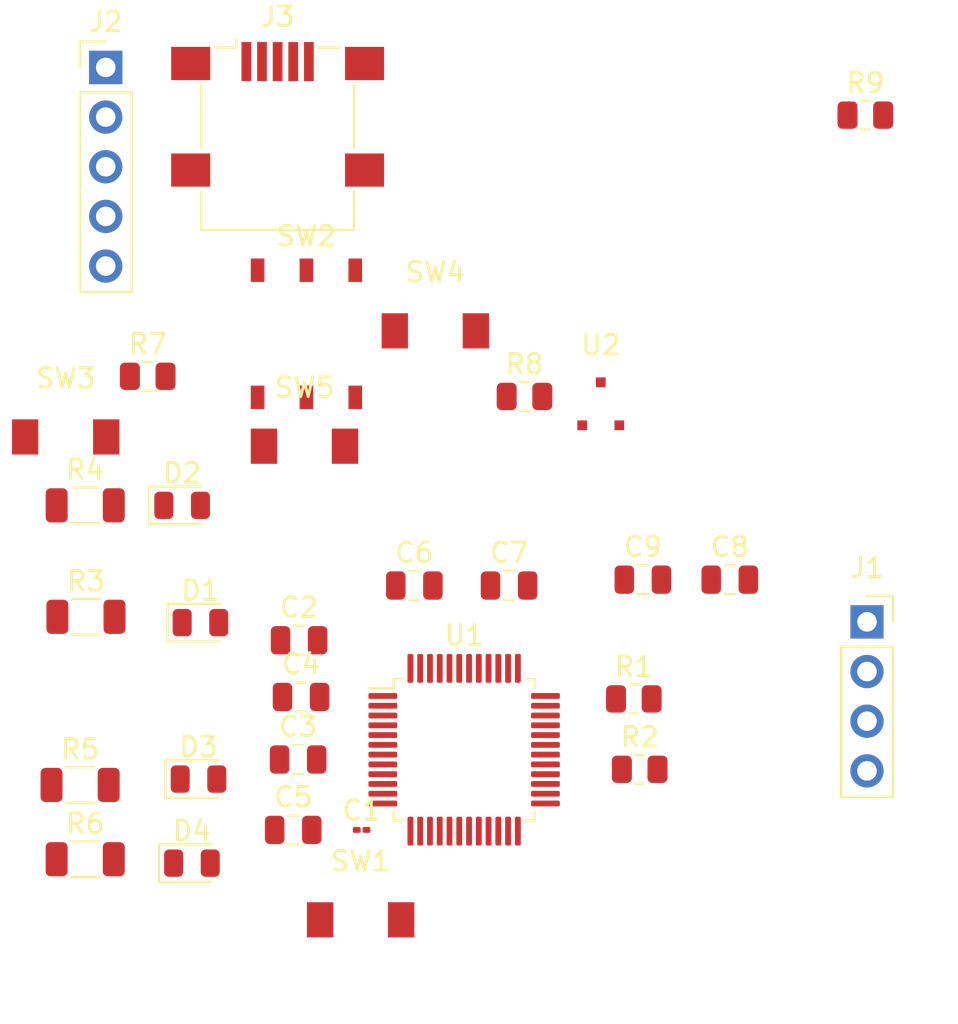
<source format=kicad_pcb>
(kicad_pcb (version 20211014) (generator pcbnew)
  (layers (0 "F.Cu" signal) (31 "B.Cu" signal) (34 "B.Paste" user) (35 "F.Paste" user) (36 "B.SilkS" user "B.Silkscreen") (37 "F.SilkS" user "F.Silkscreen") (38 "B.Mask" user) (39 "F.Mask" user) (44 "Edge.Cuts" user))
  (net 0 "")
  (net 1 "NRST")
  (net 2 "GND")
  (net 3 "VDDA")
  (net 4 "Net-(D1-Pad1)")
  (net 5 "Net-(D2-Pad1)")
  (net 6 "CHANGE_STATE")
  (net 7 "Net-(D3-Pad1)")
  (net 8 "INC")
  (net 9 "Net-(D4-Pad1)")
  (net 10 "DEC")
  (net 11 "SCL")
  (net 12 "SDA")
  (net 13 "SWCLK")
  (net 14 "SWDIO")
  (net 15 "Net-(J2-Pad4)")
  (net 16 "MC_USB_5")
  (net 20 "MC_USB_3.3")
  (footprint "MyLibrary:SMD_3×4×2.0" (layer "F.Cu") (at 67.625 75.575)
    (fp_text reference "SW4" (at 0 -3 unlocked) (layer "F.SilkS"))
    (fp_text value "SW_Push")
    (pad "1" smd rect (at -2.075 0) (size 1.35 1.8) (layers "F.Cu" "F.Paste" "F.Mask") (net 3 "VDDA"))
    (pad "2" smd rect (at 2.075 0) (size 1.35 1.8) (layers "F.Cu" "F.Paste" "F.Mask") (net 8 "INC"))
  )
  (footprint "Diode_SMD:D_0805_2012Metric" (layer "F.Cu") (at 54.6625 84.5)
    (fp_text reference "D2" (at 0 -1.65) (layer "F.SilkS"))
    (fp_text value "CS_LED")
    (fp_line (start 1 -0.96) (end -1.685 -0.96) (layer "F.SilkS") (width 0.12))
    (fp_line (start -1.685 0.96) (end 1 0.96) (layer "F.SilkS") (width 0.12))
    (fp_line (start -1.685 -0.96) (end -1.685 0.96) (layer "F.SilkS") (width 0.12))
    (pad "1" smd roundrect (at -0.9375 0) (size 0.975 1.4) (layers "F.Cu" "F.Paste" "F.Mask") (net 5 "Net-(D2-Pad1)"))
    (pad "2" smd roundrect (at 0.9375 0) (size 0.975 1.4) (layers "F.Cu" "F.Paste" "F.Mask") (net 6 "CHANGE_STATE"))
  )
  (footprint "MyLibrary:SMD_3×4×2.0" (layer "F.Cu") (at 63.8 105.7)
    (fp_text reference "SW1" (at 0 -3 unlocked) (layer "F.SilkS"))
    (fp_text value "SW_Push")
    (pad "1" smd rect (at -2.075 0) (size 1.35 1.8) (layers "F.Cu" "F.Paste" "F.Mask") (net 2 "GND"))
    (pad "2" smd rect (at 2.075 0) (size 1.35 1.8) (layers "F.Cu" "F.Paste" "F.Mask") (net 1 "NRST"))
  )
  (footprint "Capacitor_SMD:C_0805_2012Metric" (layer "F.Cu") (at 60.6 97.5)
    (fp_text reference "C3" (at 0 -1.68) (layer "F.SilkS"))
    (fp_text value "100n")
    (fp_line (start -0.261252 0.735) (end 0.261252 0.735) (layer "F.SilkS") (width 0.12))
    (fp_line (start -0.261252 -0.735) (end 0.261252 -0.735) (layer "F.SilkS") (width 0.12))
    (pad "1" smd roundrect (at -0.95 0) (size 1 1.45) (layers "F.Cu" "F.Paste" "F.Mask") (net 3 "VDDA"))
    (pad "2" smd roundrect (at 0.95 0) (size 1 1.45) (layers "F.Cu" "F.Paste" "F.Mask") (net 2 "GND"))
  )
  (footprint "MyLibrary:SW-SMD-JLC-C405952" (layer "F.Cu") (at 61.025 75.725)
    (fp_text reference "SW2" (at 0 -5 unlocked) (layer "F.SilkS"))
    (fp_text value "SW_SPDT")
    (pad "1" smd rect (at -2.5 -3.25) (size 0.7 1.2) (layers "F.Cu" "F.Paste" "F.Mask") (net 20 "MC_USB_3.3"))
    (pad "1" smd rect (at -2.5 3.25) (size 0.7 1.2) (layers "F.Cu" "F.Paste" "F.Mask") (net 20 "MC_USB_3.3"))
    (pad "2" smd rect (at 0 -3.25) (size 0.7 1.2) (layers "F.Cu" "F.Paste" "F.Mask") (net 3 "VDDA"))
    (pad "2" smd rect (at 0 3.25) (size 0.7 1.2) (layers "F.Cu" "F.Paste" "F.Mask") (net 3 "VDDA"))
    (pad "3" smd rect (at 2.5 3.25) (size 0.7 1.2) (layers "F.Cu" "F.Paste" "F.Mask") (net 15 "Net-(J2-Pad4)"))
    (pad "3" smd rect (at 2.5 -3.25) (size 0.7 1.2) (layers "F.Cu" "F.Paste" "F.Mask") (net 15 "Net-(J2-Pad4)"))
  )
  (footprint "Diode_SMD:D_0805_2012Metric" (layer "F.Cu") (at 55.5 98.5)
    (fp_text reference "D3" (at 0 -1.65) (layer "F.SilkS"))
    (fp_text value "INC_LED")
    (fp_line (start -1.685 -0.96) (end -1.685 0.96) (layer "F.SilkS") (width 0.12))
    (fp_line (start 1 -0.96) (end -1.685 -0.96) (layer "F.SilkS") (width 0.12))
    (fp_line (start -1.685 0.96) (end 1 0.96) (layer "F.SilkS") (width 0.12))
    (pad "1" smd roundrect (at -0.9375 0) (size 0.975 1.4) (layers "F.Cu" "F.Paste" "F.Mask") (net 7 "Net-(D3-Pad1)"))
    (pad "2" smd roundrect (at 0.9375 0) (size 0.975 1.4) (layers "F.Cu" "F.Paste" "F.Mask") (net 8 "INC"))
  )
  (footprint "Capacitor_SMD:C_0805_2012Metric" (layer "F.Cu") (at 60.35 101.1)
    (fp_text reference "C5" (at 0 -1.68) (layer "F.SilkS"))
    (fp_text value "100n")
    (fp_line (start -0.261252 0.735) (end 0.261252 0.735) (layer "F.SilkS") (width 0.12))
    (fp_line (start -0.261252 -0.735) (end 0.261252 -0.735) (layer "F.SilkS") (width 0.12))
    (pad "1" smd roundrect (at -0.95 0) (size 1 1.45) (layers "F.Cu" "F.Paste" "F.Mask") (net 3 "VDDA"))
    (pad "2" smd roundrect (at 0.95 0) (size 1 1.45) (layers "F.Cu" "F.Paste" "F.Mask") (net 2 "GND"))
  )
  (footprint "Resistor_SMD:R_0805_2012Metric" (layer "F.Cu") (at 52.9 77.9)
    (fp_text reference "R7" (at 0 -1.65) (layer "F.SilkS"))
    (fp_text value "10K")
    (fp_line (start -0.227064 -0.735) (end 0.227064 -0.735) (layer "F.SilkS") (width 0.12))
    (fp_line (start -0.227064 0.735) (end 0.227064 0.735) (layer "F.SilkS") (width 0.12))
    (pad "1" smd roundrect (at -0.9125 0) (size 1.025 1.4) (layers "F.Cu" "F.Paste" "F.Mask") (roundrect_rratio 0.243902) (net 6 "CHANGE_STATE"))
    (pad "2" smd roundrect (at 0.9125 0) (size 1.025 1.4) (layers "F.Cu" "F.Paste" "F.Mask") (roundrect_rratio 0.243902) (net 2 "GND"))
  )
  (footprint "Resistor_SMD:R_0805_2012Metric" (layer "F.Cu") (at 89.64 64.54)
    (fp_text reference "R9" (at 0 -1.65) (layer "F.SilkS"))
    (fp_text value "10K")
    (fp_line (start -0.227064 0.735) (end 0.227064 0.735) (layer "F.SilkS") (width 0.12))
    (fp_line (start -0.227064 -0.735) (end 0.227064 -0.735) (layer "F.SilkS") (width 0.12))
    (pad "1" smd roundrect (at -0.9125 0) (size 1.025 1.4) (layers "F.Cu" "F.Paste" "F.Mask") (roundrect_rratio 0.243902) (net 10 "DEC"))
    (pad "2" smd roundrect (at 0.9125 0) (size 1.025 1.4) (layers "F.Cu" "F.Paste" "F.Mask") (roundrect_rratio 0.243902) (net 2 "GND"))
  )
  (footprint "Capacitor_SMD:C_0805_2012Metric" (layer "F.Cu") (at 82.7 88.3)
    (fp_text reference "C8" (at 0 -1.68) (layer "F.SilkS"))
    (fp_text value "1u0")
    (fp_line (start -0.261252 0.735) (end 0.261252 0.735) (layer "F.SilkS") (width 0.12))
    (fp_line (start -0.261252 -0.735) (end 0.261252 -0.735) (layer "F.SilkS") (width 0.12))
    (pad "1" smd roundrect (at -0.95 0) (size 1 1.45) (layers "F.Cu" "F.Paste" "F.Mask") (net 16 "MC_USB_5"))
    (pad "2" smd roundrect (at 0.95 0) (size 1 1.45) (layers "F.Cu" "F.Paste" "F.Mask") (net 2 "GND"))
  )
  (footprint "Resistor_SMD:R_0805_2012Metric" (layer "F.Cu") (at 78.0875 98)
    (fp_text reference "R2" (at 0 -1.65) (layer "F.SilkS"))
    (fp_text value "2k2")
    (fp_line (start -0.227064 0.735) (end 0.227064 0.735) (layer "F.SilkS") (width 0.12))
    (fp_line (start -0.227064 -0.735) (end 0.227064 -0.735) (layer "F.SilkS") (width 0.12))
    (pad "1" smd roundrect (at -0.9125 0) (size 1.025 1.4) (layers "F.Cu" "F.Paste" "F.Mask") (roundrect_rratio 0.243902) (net 12 "SDA"))
    (pad "2" smd roundrect (at 0.9125 0) (size 1.025 1.4) (layers "F.Cu" "F.Paste" "F.Mask") (roundrect_rratio 0.243902) (net 3 "VDDA"))
  )
  (footprint "MyLibrary:SOT-23-3L" (layer "F.Cu") (at 76.095 79.305)
    (fp_text reference "U2" (at 0 -3 unlocked) (layer "F.SilkS"))
    (fp_text value "IFX27001TFV33")
    (pad "1" smd rect (at -0.95 1.1) (size 0.5 0.5) (layers "F.Cu" "F.Paste") (net 2 "GND"))
    (pad "2" smd rect (at 0.95 1.1) (size 0.5 0.5) (layers "F.Cu" "F.Paste") (net 20 "MC_USB_3.3"))
    (pad "3" smd rect (at 0 -1.1) (size 0.5 0.5) (layers "F.Cu" "F.Paste" "B.Mask") (net 16 "MC_USB_5"))
  )
  (footprint "Capacitor_SMD:C_0805_2012Metric" (layer "F.Cu") (at 66.55 88.6)
    (fp_text reference "C6" (at 0 -1.68) (layer "F.SilkS"))
    (fp_text value "10n")
    (fp_line (start -0.261252 -0.735) (end 0.261252 -0.735) (layer "F.SilkS") (width 0.12))
    (fp_line (start -0.261252 0.735) (end 0.261252 0.735) (layer "F.SilkS") (width 0.12))
    (pad "1" smd roundrect (at -0.95 0) (size 1 1.45) (layers "F.Cu" "F.Paste" "F.Mask") (net 3 "VDDA"))
    (pad "2" smd roundrect (at 0.95 0) (size 1 1.45) (layers "F.Cu" "F.Paste" "F.Mask") (net 2 "GND"))
  )
  (footprint "Resistor_SMD:R_1206_3216Metric" (layer "F.Cu") (at 49.7 84.5)
    (fp_text reference "R4" (at 0 -1.82) (layer "F.SilkS"))
    (fp_text value "80")
    (fp_line (start -0.727064 -0.91) (end 0.727064 -0.91) (layer "F.SilkS") (width 0.12))
    (fp_line (start -0.727064 0.91) (end 0.727064 0.91) (layer "F.SilkS") (width 0.12))
    (pad "1" smd roundrect (at -1.4625 0) (size 1.125 1.75) (layers "F.Cu" "F.Paste" "F.Mask") (roundrect_rratio 0.222222) (net 2 "GND"))
    (pad "2" smd roundrect (at 1.4625 0) (size 1.125 1.75) (layers "F.Cu" "F.Paste" "F.Mask") (roundrect_rratio 0.222222) (net 5 "Net-(D2-Pad1)"))
  )
  (footprint "Capacitor_SMD:C_01005_0402Metric" (layer "F.Cu") (at 63.85 101.1)
    (fp_text reference "C1" (at 0 -1) (layer "F.SilkS"))
    (fp_text value "0u1")
    (pad "1" smd roundrect (at -0.25 0) (size 0.4 0.3) (layers "F.Cu" "F.Mask") (net 1 "NRST"))
    (pad "2" smd roundrect (at 0.25 0) (size 0.4 0.3) (layers "F.Cu" "F.Mask") (net 2 "GND"))
  )
  (footprint "Capacitor_SMD:C_0805_2012Metric" (layer "F.Cu") (at 60.75 94.3)
    (fp_text reference "C4" (at 0 -1.68) (layer "F.SilkS"))
    (fp_text value "100n")
    (fp_line (start -0.261252 0.735) (end 0.261252 0.735) (layer "F.SilkS") (width 0.12))
    (fp_line (start -0.261252 -0.735) (end 0.261252 -0.735) (layer "F.SilkS") (width 0.12))
    (pad "1" smd roundrect (at -0.95 0) (size 1 1.45) (layers "F.Cu" "F.Paste" "F.Mask") (net 3 "VDDA"))
    (pad "2" smd roundrect (at 0.95 0) (size 1 1.45) (layers "F.Cu" "F.Paste" "F.Mask") (net 2 "GND"))
  )
  (footprint "Resistor_SMD:R_1206_3216Metric" (layer "F.Cu") (at 49.7375 90.2)
    (fp_text reference "R3" (at 0 -1.82) (layer "F.SilkS"))
    (fp_text value "80")
    (fp_line (start -0.727064 0.91) (end 0.727064 0.91) (layer "F.SilkS") (width 0.12))
    (fp_line (start -0.727064 -0.91) (end 0.727064 -0.91) (layer "F.SilkS") (width 0.12))
    (pad "1" smd roundrect (at -1.4625 0) (size 1.125 1.75) (layers "F.Cu" "F.Paste" "F.Mask") (roundrect_rratio 0.222222) (net 2 "GND"))
    (pad "2" smd roundrect (at 1.4625 0) (size 1.125 1.75) (layers "F.Cu" "F.Paste" "F.Mask") (roundrect_rratio 0.222222) (net 4 "Net-(D1-Pad1)"))
  )
  (footprint "Connector_PinHeader_2.54mm:PinHeader_1x05_P2.54mm_Vertical" (layer "F.Cu") (at 50.75 62.1)
    (fp_text reference "J2" (at 0 -2.33) (layer "F.SilkS"))
    (fp_text value "Conn_01x05")
    (fp_line (start -1.33 1.27) (end 1.33 1.27) (layer "F.SilkS") (width 0.12))
    (fp_line (start -1.33 -1.33) (end 0 -1.33) (layer "F.SilkS") (width 0.12))
    (fp_line (start -1.33 11.49) (end 1.33 11.49) (layer "F.SilkS") (width 0.12))
    (fp_line (start -1.33 0) (end -1.33 -1.33) (layer "F.SilkS") (width 0.12))
    (fp_line (start -1.33 1.27) (end -1.33 11.49) (layer "F.SilkS") (width 0.12))
    (fp_line (start 1.33 1.27) (end 1.33 11.49) (layer "F.SilkS") (width 0.12))
    (pad "1" thru_hole rect (at 0 0) (size 1.7 1.7) (drill 1) (layers *.Cu *.Mask) (net 13 "SWCLK"))
    (pad "2" thru_hole oval (at 0 2.54) (size 1.7 1.7) (drill 1) (layers *.Cu *.Mask) (net 14 "SWDIO"))
    (pad "3" thru_hole oval (at 0 5.08) (size 1.7 1.7) (drill 1) (layers *.Cu *.Mask) (net 2 "GND"))
    (pad "4" thru_hole oval (at 0 7.62) (size 1.7 1.7) (drill 1) (layers *.Cu *.Mask) (net 15 "Net-(J2-Pad4)"))
    (pad "5" thru_hole oval (at 0 10.16) (size 1.7 1.7) (drill 1) (layers *.Cu *.Mask) (net 1 "NRST"))
  )
  (footprint "Capacitor_SMD:C_0805_2012Metric" (layer "F.Cu") (at 60.65 91.4)
    (fp_text reference "C2" (at 0 -1.68) (layer "F.SilkS"))
    (fp_text value "4u7")
    (fp_line (start -0.261252 -0.735) (end 0.261252 -0.735) (layer "F.SilkS") (width 0.12))
    (fp_line (start -0.261252 0.735) (end 0.261252 0.735) (layer "F.SilkS") (width 0.12))
    (pad "1" smd roundrect (at -0.95 0) (size 1 1.45) (layers "F.Cu" "F.Paste" "F.Mask") (net 3 "VDDA"))
    (pad "2" smd roundrect (at 0.95 0) (size 1 1.45) (layers "F.Cu" "F.Paste" "F.Mask") (net 2 "GND"))
  )
  (footprint "Connector_USB:USB_Mini-B_Lumberg_2486_01_Horizontal" (layer "F.Cu") (at 59.55 64.5)
    (fp_text reference "J3" (at 0 -5) (layer "F.SilkS"))
    (fp_text value "USB_B_Micro")
    (fp_line (start -3.19 -3.41) (end -2.11 -3.41) (layer "F.SilkS") (width 0.12))
    (fp_line (start 3.91 5.91) (end -3.91 5.91) (layer "F.SilkS") (width 0.12))
    (fp_line (start -3.91 5.91) (end -3.91 3.96) (layer "F.SilkS") (width 0.12))
    (fp_line (start 3.91 5.91) (end 3.91 3.96) (layer "F.SilkS") (width 0.12))
    (fp_line (start 2.11 -3.41) (end 3.19 -3.41) (layer "F.SilkS") (width 0.12))
    (fp_line (start -3.91 1.74) (end -3.91 -1.49) (layer "F.SilkS") (width 0.12))
    (fp_line (start 3.91 1.74) (end 3.91 -1.49) (layer "F.SilkS") (width 0.12))
    (fp_line (start -2.11 -3.41) (end -2.11 -3.84) (layer "F.SilkS") (width 0.12))
    (pad "" np_thru_hole circle (at -2.2 0) (size 1 1) (drill 1) (layers *.Cu *.Mask))
    (pad "" np_thru_hole circle (at 2.2 0) (size 1 1) (drill 1) (layers *.Cu *.Mask))
    (pad "1" smd rect (at -1.6 -2.7) (size 0.5 2) (layers "F.Cu" "F.Paste" "F.Mask") (net 16 "MC_USB_5"))
    (pad "2" smd rect (at -0.8 -2.7) (size 0.5 2) (layers "F.Cu" "F.Paste" "F.Mask"))
    (pad "3" smd rect (at 0 -2.7) (size 0.5 2) (layers "F.Cu" "F.Paste" "F.Mask"))
    (pad "4" smd rect (at 0.8 -2.7) (size 0.5 2) (layers "F.Cu" "F.Paste" "F.Mask"))
    (pad "5" smd rect (at 1.6 -2.7) (size 0.5 2) (layers "F.Cu" "F.Paste" "F.Mask") (net 2 "GND"))
    (pad "6" smd rect (at 4.45 -2.6) (size 2 1.7) (layers "F.Cu" "F.Paste" "F.Mask") (net 2 "GND"))
    (pad "6" smd rect (at 4.45 2.85) (size 2 1.7) (layers "F.Cu" "F.Paste" "F.Mask") (net 2 "GND"))
    (pad "6" smd rect (at -4.45 -2.6) (size 2 1.7) (layers "F.Cu" "F.Paste" "F.Mask") (net 2 "GND"))
    (pad "6" smd rect (at -4.45 2.85) (size 2 1.7) (layers "F.Cu" "F.Paste" "F.Mask") (net 2 "GND"))
  )
  (footprint "Capacitor_SMD:C_0805_2012Metric" (layer "F.Cu") (at 78.25 88.3)
    (fp_text reference "C9" (at 0 -1.68) (layer "F.SilkS"))
    (fp_text value "1u0")
    (fp_line (start -0.261252 -0.735) (end 0.261252 -0.735) (layer "F.SilkS") (width 0.12))
    (fp_line (start -0.261252 0.735) (end 0.261252 0.735) (layer "F.SilkS") (width 0.12))
    (pad "1" smd roundrect (at -0.95 0) (size 1 1.45) (layers "F.Cu" "F.Paste" "F.Mask") (net 20 "MC_USB_3.3"))
    (pad "2" smd roundrect (at 0.95 0) (size 1 1.45) (layers "F.Cu" "F.Paste" "F.Mask") (net 2 "GND"))
  )
  (footprint "MyLibrary:SMD_3×4×2.0" (layer "F.Cu") (at 48.7 81)
    (fp_text reference "SW3" (at 0 -3 unlocked) (layer "F.SilkS"))
    (fp_text value "SW_Push")
    (pad "1" smd rect (at -2.075 0) (size 1.35 1.8) (layers "F.Cu" "F.Paste" "F.Mask") (net 3 "VDDA"))
    (pad "2" smd rect (at 2.075 0) (size 1.35 1.8) (layers "F.Cu" "F.Paste" "F.Mask") (net 6 "CHANGE_STATE"))
  )
  (footprint "Resistor_SMD:R_1206_3216Metric" (layer "F.Cu") (at 49.7 102.6)
    (fp_text reference "R6" (at 0 -1.82) (layer "F.SilkS"))
    (fp_text value "80")
    (fp_line (start -0.727064 -0.91) (end 0.727064 -0.91) (layer "F.SilkS") (width 0.12))
    (fp_line (start -0.727064 0.91) (end 0.727064 0.91) (layer "F.SilkS") (width 0.12))
    (pad "1" smd roundrect (at -1.4625 0) (size 1.125 1.75) (layers "F.Cu" "F.Paste" "F.Mask") (roundrect_rratio 0.222222) (net 2 "GND"))
    (pad "2" smd roundrect (at 1.4625 0) (size 1.125 1.75) (layers "F.Cu" "F.Paste" "F.Mask") (roundrect_rratio 0.222222) (net 9 "Net-(D4-Pad1)"))
  )
  (footprint "Capacitor_SMD:C_0805_2012Metric" (layer "F.Cu") (at 71.4 88.6)
    (fp_text reference "C7" (at 0 -1.68) (layer "F.SilkS"))
    (fp_text value "1u")
    (fp_line (start -0.261252 0.735) (end 0.261252 0.735) (layer "F.SilkS") (width 0.12))
    (fp_line (start -0.261252 -0.735) (end 0.261252 -0.735) (layer "F.SilkS") (width 0.12))
    (pad "1" smd roundrect (at -0.95 0) (size 1 1.45) (layers "F.Cu" "F.Paste" "F.Mask") (net 3 "VDDA"))
    (pad "2" smd roundrect (at 0.95 0) (size 1 1.45) (layers "F.Cu" "F.Paste" "F.Mask") (net 2 "GND"))
  )
  (footprint "Connector_PinSocket_2.54mm:PinSocket_1x04_P2.54mm_Vertical" (layer "F.Cu") (at 89.725 90.46)
    (fp_text reference "J1" (at 0 -2.77) (layer "F.SilkS"))
    (fp_text value "Conn_01x04")
    (fp_line (start -1.33 1.27) (end -1.33 8.95) (layer "F.SilkS") (width 0.12))
    (fp_line (start 1.33 1.27) (end 1.33 8.95) (layer "F.SilkS") (width 0.12))
    (fp_line (start 1.33 -1.33) (end 1.33 0) (layer "F.SilkS") (width 0.12))
    (fp_line (start 0 -1.33) (end 1.33 -1.33) (layer "F.SilkS") (width 0.12))
    (fp_line (start -1.33 1.27) (end 1.33 1.27) (layer "F.SilkS") (width 0.12))
    (fp_line (start -1.33 8.95) (end 1.33 8.95) (layer "F.SilkS") (width 0.12))
    (pad "1" thru_hole rect (at 0 0) (size 1.7 1.7) (drill 1) (layers *.Cu *.Mask) (net 2 "GND"))
    (pad "2" thru_hole oval (at 0 2.54) (size 1.7 1.7) (drill 1) (layers *.Cu *.Mask) (net 3 "VDDA"))
    (pad "3" thru_hole oval (at 0 5.08) (size 1.7 1.7) (drill 1) (layers *.Cu *.Mask) (net 11 "SCL"))
    (pad "4" thru_hole oval (at 0 7.62) (size 1.7 1.7) (drill 1) (layers *.Cu *.Mask) (net 12 "SDA"))
  )
  (footprint "Resistor_SMD:R_0805_2012Metric" (layer "F.Cu") (at 72.19 78.93)
    (fp_text reference "R8" (at 0 -1.65) (layer "F.SilkS"))
    (fp_text value "10K")
    (fp_line (start -0.227064 -0.735) (end 0.227064 -0.735) (layer "F.SilkS") (width 0.12))
    (fp_line (start -0.227064 0.735) (end 0.227064 0.735) (layer "F.SilkS") (width 0.12))
    (pad "1" smd roundrect (at -0.9125 0) (size 1.025 1.4) (layers "F.Cu" "F.Paste" "F.Mask") (roundrect_rratio 0.243902) (net 8 "INC"))
    (pad "2" smd roundrect (at 0.9125 0) (size 1.025 1.4) (layers "F.Cu" "F.Paste" "F.Mask") (roundrect_rratio 0.243902) (net 2 "GND"))
  )
  (footprint "Diode_SMD:D_0805_2012Metric" (layer "F.Cu") (at 55.1625 102.8)
    (fp_text reference "D4" (at 0 -1.65) (layer "F.SilkS"))
    (fp_text value "DEC_LED")
    (fp_line (start -1.685 0.96) (end 1 0.96) (layer "F.SilkS") (width 0.12))
    (fp_line (start -1.685 -0.96) (end -1.685 0.96) (layer "F.SilkS") (width 0.12))
    (fp_line (start 1 -0.96) (end -1.685 -0.96) (layer "F.SilkS") (width 0.12))
    (pad "1" smd roundrect (at -0.9375 0) (size 0.975 1.4) (layers "F.Cu" "F.Paste" "F.Mask") (net 9 "Net-(D4-Pad1)"))
    (pad "2" smd roundrect (at 0.9375 0) (size 0.975 1.4) (layers "F.Cu" "F.Paste" "F.Mask") (net 10 "DEC"))
  )
  (footprint "MyLibrary:SMD_3×4×2.0" (layer "F.Cu") (at 60.925 81.475)
    (fp_text reference "SW5" (at 0 -3 unlocked) (layer "F.SilkS"))
    (fp_text value "SW_Push")
    (pad "1" smd rect (at -2.075 0) (size 1.35 1.8) (layers "F.Cu" "F.Paste" "F.Mask") (net 3 "VDDA"))
    (pad "2" smd rect (at 2.075 0) (size 1.35 1.8) (layers "F.Cu" "F.Paste" "F.Mask") (net 10 "DEC"))
  )
  (footprint "Resistor_SMD:R_0805_2012Metric" (layer "F.Cu") (at 77.7875 94.4)
    (fp_text reference "R1" (at 0 -1.65) (layer "F.SilkS"))
    (fp_text value "2k2")
    (fp_line (start -0.227064 -0.735) (end 0.227064 -0.735) (layer "F.SilkS") (width 0.12))
    (fp_line (start -0.227064 0.735) (end 0.227064 0.735) (layer "F.SilkS") (width 0.12))
    (pad "1" smd roundrect (at -0.9125 0) (size 1.025 1.4) (layers "F.Cu" "F.Paste" "F.Mask") (roundrect_rratio 0.243902) (net 11 "SCL"))
    (pad "2" smd roundrect (at 0.9125 0) (size 1.025 1.4) (layers "F.Cu" "F.Paste" "F.Mask") (roundrect_rratio 0.243902) (net 3 "VDDA"))
  )
  (footprint "Diode_SMD:D_0805_2012Metric" (layer "F.Cu") (at 55.6 90.5)
    (fp_text reference "D1" (at 0 -1.65) (layer "F.SilkS"))
    (fp_text value "POWER_LED")
    (fp_line (start 1 -0.96) (end -1.685 -0.96) (layer "F.SilkS") (width 0.12))
    (fp_line (start -1.685 0.96) (end 1 0.96) (layer "F.SilkS") (width 0.12))
    (fp_line (start -1.685 -0.96) (end -1.685 0.96) (layer "F.SilkS") (width 0.12))
    (pad "1" smd roundrect (at -0.9375 0) (size 0.975 1.4) (layers "F.Cu" "F.Paste" "F.Mask") (net 4 "Net-(D1-Pad1)"))
    (pad "2" smd roundrect (at 0.9375 0) (size 0.975 1.4) (layers "F.Cu" "F.Paste" "F.Mask") (net 3 "VDDA"))
  )
  (footprint "Resistor_SMD:R_1206_3216Metric" (layer "F.Cu") (at 49.4375 98.8)
    (fp_text reference "R5" (at 0 -1.82) (layer "F.SilkS"))
    (fp_text value "80")
    (fp_line (start -0.727064 -0.91) (end 0.727064 -0.91) (layer "F.SilkS") (width 0.12))
    (fp_line (start -0.727064 0.91) (end 0.727064 0.91) (layer "F.SilkS") (width 0.12))
    (pad "1" smd roundrect (at -1.4625 0) (size 1.125 1.75) (layers "F.Cu" "F.Paste" "F.Mask") (roundrect_rratio 0.222222) (net 2 "GND"))
    (pad "2" smd roundrect (at 1.4625 0) (size 1.125 1.75) (layers "F.Cu" "F.Paste" "F.Mask") (roundrect_rratio 0.222222) (net 7 "Net-(D3-Pad1)"))
  )
  (footprint "Package_QFP:LQFP-48_7x7mm_P0.5mm" (layer "F.Cu") (at 69.1 97)
    (fp_text reference "U1" (at 0 -5.85) (layer "F.SilkS"))
    (fp_text value "STM32F030C8Tx")
    (fp_line (start -3.61 -3.61) (end -3.61 -3.16) (layer "F.SilkS") (width 0.12))
    (fp_line (start -3.16 -3.61) (end -3.61 -3.61) (layer "F.SilkS") (width 0.12))
    (fp_line (start 3.61 -3.61) (end 3.61 -3.16) (layer "F.SilkS") (width 0.12))
    (fp_line (start 3.61 3.61) (end 3.61 3.16) (layer "F.SilkS") (width 0.12))
    (fp_line (start -3.61 -3.16) (end -4.9 -3.16) (layer "F.SilkS") (width 0.12))
    (fp_line (start -3.61 3.61) (end -3.61 3.16) (layer "F.SilkS") (width 0.12))
    (fp_line (start -3.16 3.61) (end -3.61 3.61) (layer "F.SilkS") (width 0.12))
    (fp_line (start 3.16 -3.61) (end 3.61 -3.61) (layer "F.SilkS") (width 0.12))
    (fp_line (start 3.16 3.61) (end 3.61 3.61) (layer "F.SilkS") (width 0.12))
    (pad "1" smd roundrect (at -4.1625 -2.75) (size 1.475 0.3) (layers "F.Cu" "F.Paste" "F.Mask") (net 3 "VDDA"))
    (pad "2" smd roundrect (at -4.1625 -2.25) (size 1.475 0.3) (layers "F.Cu" "F.Paste" "F.Mask") (net 6 "CHANGE_STATE"))
    (pad "3" smd roundrect (at -4.1625 -1.75) (size 1.475 0.3) (layers "F.Cu" "F.Paste" "F.Mask"))
    (pad "4" smd roundrect (at -4.1625 -1.25) (size 1.475 0.3) (layers "F.Cu" "F.Paste" "F.Mask"))
    (pad "5" smd roundrect (at -4.1625 -0.75) (size 1.475 0.3) (layers "F.Cu" "F.Paste" "F.Mask"))
    (pad "6" smd roundrect (at -4.1625 -0.25) (size 1.475 0.3) (layers "F.Cu" "F.Paste" "F.Mask"))
    (pad "7" smd roundrect (at -4.1625 0.25) (size 1.475 0.3) (layers "F.Cu" "F.Paste" "F.Mask") (net 1 "NRST"))
    (pad "8" smd roundrect (at -4.1625 0.75) (size 1.475 0.3) (layers "F.Cu" "F.Paste" "F.Mask") (net 2 "GND"))
    (pad "9" smd roundrect (at -4.1625 1.25) (size 1.475 0.3) (layers "F.Cu" "F.Paste" "F.Mask") (net 3 "VDDA"))
    (pad "10" smd roundrect (at -4.1625 1.75) (size 1.475 0.3) (layers "F.Cu" "F.Paste" "F.Mask"))
    (pad "11" smd roundrect (at -4.1625 2.25) (size 1.475 0.3) (layers "F.Cu" "F.Paste" "F.Mask"))
    (pad "12" smd roundrect (at -4.1625 2.75) (size 1.475 0.3) (layers "F.Cu" "F.Paste" "F.Mask"))
    (pad "13" smd roundrect (at -2.75 4.1625) (size 0.3 1.475) (layers "F.Cu" "F.Paste" "F.Mask"))
    (pad "14" smd roundrect (at -2.25 4.1625) (size 0.3 1.475) (layers "F.Cu" "F.Paste" "F.Mask"))
    (pad "15" smd roundrect (at -1.75 4.1625) (size 0.3 1.475) (layers "F.Cu" "F.Paste" "F.Mask"))
    (pad "16" smd roundrect (at -1.25 4.1625) (size 0.3 1.475) (layers "F.Cu" "F.Paste" "F.Mask"))
    (pad "17" smd roundrect (at -0.75 4.1625) (size 0.3 1.475) (layers "F.Cu" "F.Paste" "F.Mask"))
    (pad "18" smd roundrect (at -0.25 4.1625) (size 0.3 1.475) (layers "F.Cu" "F.Paste" "F.Mask") (net 8 "INC"))
    (pad "19" smd roundrect (at 0.25 4.1625) (size 0.3 1.475) (layers "F.Cu" "F.Paste" "F.Mask"))
    (pad "20" smd roundrect (at 0.75 4.1625) (size 0.3 1.475) (layers "F.Cu" "F.Paste" "F.Mask") (net 10 "DEC"))
    (pad "21" smd roundrect (at 1.25 4.1625) (size 0.3 1.475) (layers "F.Cu" "F.Paste" "F.Mask"))
    (pad "22" smd roundrect (at 1.75 4.1625) (size 0.3 1.475) (layers "F.Cu" "F.Paste" "F.Mask"))
    (pad "23" smd roundrect (at 2.25 4.1625) (size 0.3 1.475) (layers "F.Cu" "F.Paste" "F.Mask") (net 2 "GND"))
    (pad "24" smd roundrect (at 2.75 4.1625) (size 0.3 1.475) (layers "F.Cu" "F.Paste" "F.Mask") (net 3 "VDDA"))
    (pad "25" smd roundrect (at 4.1625 2.75) (size 1.475 0.3) (layers "F.Cu" "F.Paste" "F.Mask"))
    (pad "26" smd roundrect (at 4.1625 2.25) (size 1.475 0.3) (layers "F.Cu" "F.Paste" "F.Mask"))
    (pad "27" smd roundrect (at 4.1625 1.75) (size 1.475 0.3) (layers "F.Cu" "F.Paste" "F.Mask"))
    (pad "28" smd roundrect (at 4.1625 1.25) (size 1.475 0.3) (layers "F.Cu" "F.Paste" "F.Mask"))
    (pad "29" smd roundrect (at 4.1625 0.75) (size 1.475 0.3) (layers "F.Cu" "F.Paste" "F.Mask"))
    (pad "30" smd roundrect (at 4.1625 0.25) (size 1.475 0.3) (layers "F.Cu" "F.Paste" "F.Mask"))
    (pad "31" smd roundrect (at 4.1625 -0.25) (size 1.475 0.3) (layers "F.Cu" "F.Paste" "F.Mask"))
    (pad "32" smd roundrect (at 4.1625 -0.75) (size 1.475 0.3) (layers "F.Cu" "F.Paste" "F.Mask"))
    (pad "33" smd roundrect (at 4.1625 -1.25) (size 1.475 0.3) (layers "F.Cu" "F.Paste" "F.Mask"))
    (pad "34" smd roundrect (at 4.1625 -1.75) (size 1.475 0.3) (layers "F.Cu" "F.Paste" "F.Mask") (net 14 "SWDIO"))
    (pad "35" smd roundrect (at 4.1625 -2.25) (size 1.475 0.3) (layers "F.Cu" "F.Paste" "F.Mask"))
    (pad "36" smd roundrect (at 4.1625 -2.75) (size 1.475 0.3) (layers "F.Cu" "F.Paste" "F.Mask"))
    (pad "37" smd roundrect (at 2.75 -4.1625) (size 0.3 1.475) (layers "F.Cu" "F.Paste" "F.Mask") (net 13 "SWCLK"))
    (pad "38" smd roundrect (at 2.25 -4.1625) (size 0.3 1.475) (layers "F.Cu" "F.Paste" "F.Mask"))
    (pad "39" smd roundrect (at 1.75 -4.1625) (size 0.3 1.475) (layers "F.Cu" "F.Paste" "F.Mask"))
    (pad "40" smd roundrect (at 1.25 -4.1625) (size 0.3 1.475) (layers "F.Cu" "F.Paste" "F.Mask"))
    (pad "41" smd roundrect (at 0.75 -4.1625) (size 0.3 1.475) (layers "F.Cu" "F.Paste" "F.Mask"))
    (pad "42" smd roundrect (at 0.25 -4.1625) (size 0.3 1.475) (layers "F.Cu" "F.Paste" "F.Mask"))
    (pad "43" smd roundrect (at -0.25 -4.1625) (size 0.3 1.475) (layers "F.Cu" "F.Paste" "F.Mask"))
    (pad "44" smd roundrect (at -0.75 -4.1625) (size 0.3 1.475) (layers "F.Cu" "F.Paste" "F.Mask") (net 2 "GND"))
    (pad "45" smd roundrect (at -1.25 -4.1625) (size 0.3 1.475) (layers "F.Cu" "F.Paste" "F.Mask") (net 11 "SCL"))
    (pad "46" smd roundrect (at -1.75 -4.1625) (size 0.3 1.475) (layers "F.Cu" "F.Paste" "F.Mask") (net 12 "SDA"))
    (pad "47" smd roundrect (at -2.25 -4.1625) (size 0.3 1.475) (layers "F.Cu" "F.Paste" "F.Mask") (net 2 "GND"))
    (pad "48" smd roundrect (at -2.75 -4.1625) (size 0.3 1.475) (layers "F.Cu" "F.Paste" "F.Mask") (net 3 "VDDA"))
  )
)
</source>
